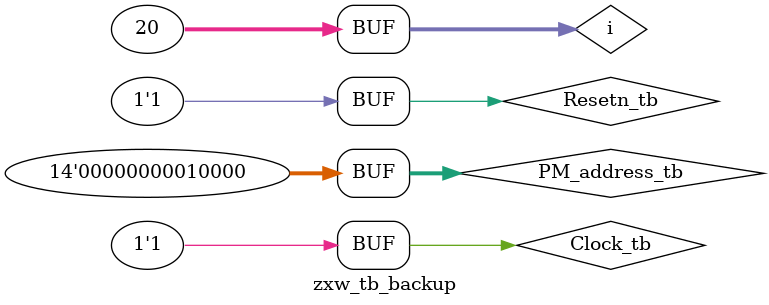
<source format=v>
`timescale 1 ps / 1 ps
module zxw_tb_backup;
	reg [13:0] PM_address_tb;
	reg	Resetn_tb, Clock_tb;
	wire [15:0] PM_out_tb;
	integer i;

zxw_crom_v	dut	(Resetn_tb, PM_address_tb, Clock_tb, PM_out_tb);
	
initial	begin	
//----------------------------------------------------------------------------
//	Resetn_tb, PM_address, Clock_tb
//----------------------------------------------------------------------------
//-- Test Vector 1 (40ns): Reset
//----------------------------------------------------------------------------
	apply_test_vector(0, 14'h0000, 0);
//----------------------------------------------------------------------------
//-- These clock cycles are necessary to get the PLL going
//----------------------------------------------------------------------------
	for (i=0; i<5; i=i+1) begin
		Clock_tb = 0;
		#20000;
		Clock_tb = 1;
		#20000;
		end
//----------------------------------------------------------------------------
//-- All other test vectors test vectors how does 'i' work here concurrent or sequential
//----------------------------------------------------------------------------
	for (i=0; i<20; i=i+1) begin
		apply_test_vector(1, 14'h0000, 0);
	end
	apply_test_vector(1, 14'h000f, 0);
	for (i=0; i<20; i=i+1) begin
		apply_test_vector(1, 14'h0010, 0);
	end
end

task apply_test_vector;
	input	Resetn_int;
	input	[13:0] PM_address_int;
	input	Clock_int;
	
	begin
		Resetn_tb = Resetn_int; Clock_tb = Clock_int; 
		#20000;
		PM_address_tb = PM_address_int;
//PM_address is passed to the block on the rising edge of the clock
		Clock_tb = 1;
		#20000;
	end
endtask
endmodule

</source>
